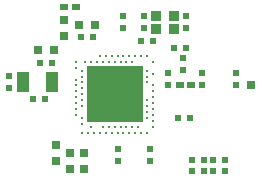
<source format=gtp>
G04*
G04 #@! TF.GenerationSoftware,Altium Limited,Altium Designer,19.0.10 (269)*
G04*
G04 Layer_Color=8421504*
%FSLAX24Y24*%
%MOIN*%
G70*
G01*
G75*
%ADD14R,0.0236X0.0197*%
%ADD15R,0.0197X0.0236*%
%ADD16R,0.0256X0.0197*%
%ADD17R,0.0300X0.0300*%
%ADD18R,0.0315X0.0295*%
%ADD19R,0.0394X0.0709*%
%ADD20R,0.1909X0.1909*%
%ADD21C,0.0118*%
%ADD22R,0.0295X0.0315*%
%ADD23R,0.0374X0.0335*%
D14*
X3289Y-2550D02*
D03*
X3682D02*
D03*
X3289Y-2200D02*
D03*
X3682D02*
D03*
X2593Y-2550D02*
D03*
X2987D02*
D03*
X2593Y-2200D02*
D03*
X2987D02*
D03*
X2520Y-787D02*
D03*
X2126D02*
D03*
X2362Y1545D02*
D03*
X1969D02*
D03*
X-2708Y-167D02*
D03*
X-2314D02*
D03*
X-2490Y1033D02*
D03*
X-2096D02*
D03*
X1270Y1791D02*
D03*
X876D02*
D03*
X-1127Y1900D02*
D03*
X-733D02*
D03*
D15*
X4039Y323D02*
D03*
Y717D02*
D03*
X1792Y699D02*
D03*
Y305D02*
D03*
X2266Y803D02*
D03*
Y1197D02*
D03*
X2916Y717D02*
D03*
Y323D02*
D03*
X-3515Y610D02*
D03*
Y217D02*
D03*
X266Y2598D02*
D03*
Y2205D02*
D03*
X978Y2597D02*
D03*
Y2203D02*
D03*
X2378Y2203D02*
D03*
Y2597D02*
D03*
X98Y-2215D02*
D03*
Y-1821D02*
D03*
X1191Y-2215D02*
D03*
Y-1821D02*
D03*
D16*
X2539Y302D02*
D03*
X2165Y302D02*
D03*
X-1299Y2904D02*
D03*
X-1673D02*
D03*
D17*
X4550Y300D02*
D03*
D18*
X-1673Y1959D02*
D03*
Y2490D02*
D03*
X-1033Y-1969D02*
D03*
Y-2500D02*
D03*
X-1496Y-1969D02*
D03*
Y-2500D02*
D03*
X-1963Y-1683D02*
D03*
Y-2215D02*
D03*
D19*
X-3062Y404D02*
D03*
X-2078D02*
D03*
D20*
X0Y0D02*
D03*
D21*
X1083Y-1280D02*
D03*
X886D02*
D03*
X689D02*
D03*
X492D02*
D03*
X295D02*
D03*
X98D02*
D03*
X-98D02*
D03*
X-295D02*
D03*
X-492D02*
D03*
X-689D02*
D03*
X-886D02*
D03*
X-1083D02*
D03*
X1280Y-1083D02*
D03*
X787D02*
D03*
X591D02*
D03*
X394D02*
D03*
X197D02*
D03*
X0D02*
D03*
X-197D02*
D03*
X-394D02*
D03*
X-787D02*
D03*
X-1083Y-984D02*
D03*
X1280Y-886D02*
D03*
X1083Y-787D02*
D03*
X-1083D02*
D03*
X1280Y-689D02*
D03*
X-1280D02*
D03*
X1083Y-591D02*
D03*
X1280Y-492D02*
D03*
X-1280D02*
D03*
X1083Y-394D02*
D03*
X-1083D02*
D03*
X1280Y-295D02*
D03*
X-1280D02*
D03*
X1083Y-197D02*
D03*
X-1083D02*
D03*
X1280Y-98D02*
D03*
X-1280D02*
D03*
X-1083Y0D02*
D03*
X1280Y98D02*
D03*
X-1280D02*
D03*
X-1083Y197D02*
D03*
X1280Y295D02*
D03*
X-1280D02*
D03*
X1083Y394D02*
D03*
X-1083D02*
D03*
X-1280Y492D02*
D03*
X1083Y591D02*
D03*
X-1083D02*
D03*
X1280Y689D02*
D03*
X-1083Y787D02*
D03*
X-1280Y886D02*
D03*
X1083Y787D02*
D03*
X1280Y1083D02*
D03*
X591D02*
D03*
X394D02*
D03*
X197D02*
D03*
X0D02*
D03*
X-197D02*
D03*
X-394D02*
D03*
X-591D02*
D03*
X-787D02*
D03*
X-984D02*
D03*
X-1280D02*
D03*
X1083Y1280D02*
D03*
X689D02*
D03*
X492D02*
D03*
X295D02*
D03*
X98D02*
D03*
X-98D02*
D03*
X-295D02*
D03*
X-492D02*
D03*
X886D02*
D03*
D22*
X-2018Y1467D02*
D03*
X-2549D02*
D03*
X-1191Y2309D02*
D03*
X-659D02*
D03*
D23*
X1963Y2173D02*
D03*
Y2626D02*
D03*
X1392D02*
D03*
Y2173D02*
D03*
M02*

</source>
